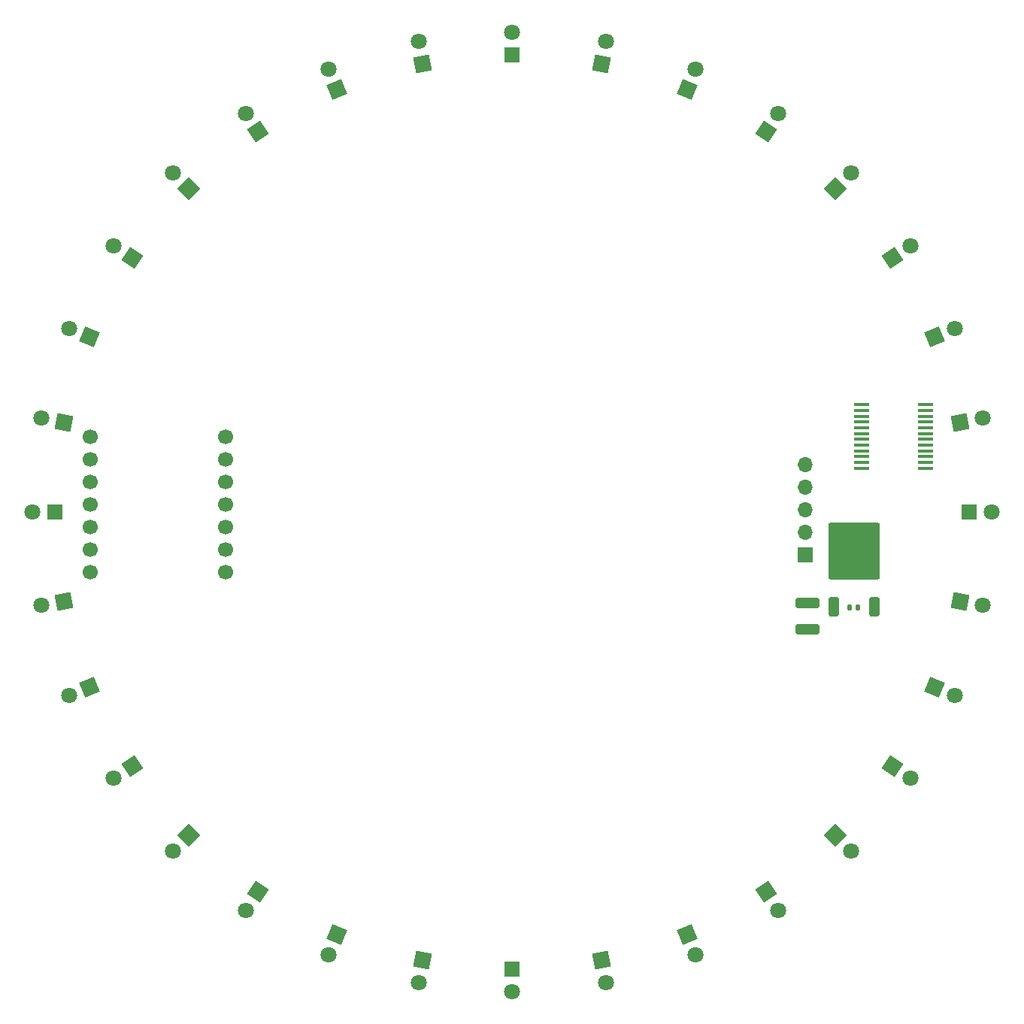
<source format=gbr>
%TF.GenerationSoftware,KiCad,Pcbnew,7.0.11*%
%TF.CreationDate,2025-03-06T22:37:58+09:00*%
%TF.ProjectId,Line_V2,4c696e65-5f56-4322-9e6b-696361645f70,rev?*%
%TF.SameCoordinates,Original*%
%TF.FileFunction,Soldermask,Top*%
%TF.FilePolarity,Negative*%
%FSLAX46Y46*%
G04 Gerber Fmt 4.6, Leading zero omitted, Abs format (unit mm)*
G04 Created by KiCad (PCBNEW 7.0.11) date 2025-03-06 22:37:58*
%MOMM*%
%LPD*%
G01*
G04 APERTURE LIST*
G04 Aperture macros list*
%AMRoundRect*
0 Rectangle with rounded corners*
0 $1 Rounding radius*
0 $2 $3 $4 $5 $6 $7 $8 $9 X,Y pos of 4 corners*
0 Add a 4 corners polygon primitive as box body*
4,1,4,$2,$3,$4,$5,$6,$7,$8,$9,$2,$3,0*
0 Add four circle primitives for the rounded corners*
1,1,$1+$1,$2,$3*
1,1,$1+$1,$4,$5*
1,1,$1+$1,$6,$7*
1,1,$1+$1,$8,$9*
0 Add four rect primitives between the rounded corners*
20,1,$1+$1,$2,$3,$4,$5,0*
20,1,$1+$1,$4,$5,$6,$7,0*
20,1,$1+$1,$6,$7,$8,$9,0*
20,1,$1+$1,$8,$9,$2,$3,0*%
%AMRotRect*
0 Rectangle, with rotation*
0 The origin of the aperture is its center*
0 $1 length*
0 $2 width*
0 $3 Rotation angle, in degrees counterclockwise*
0 Add horizontal line*
21,1,$1,$2,0,0,$3*%
G04 Aperture macros list end*
%ADD10C,1.700000*%
%ADD11R,1.700000X1.700000*%
%ADD12O,1.700000X1.700000*%
%ADD13RoundRect,0.140000X-0.140000X-0.170000X0.140000X-0.170000X0.140000X0.170000X-0.140000X0.170000X0*%
%ADD14RoundRect,0.250000X1.100000X-0.325000X1.100000X0.325000X-1.100000X0.325000X-1.100000X-0.325000X0*%
%ADD15R,1.750000X0.450000*%
%ADD16RoundRect,0.249997X2.650003X-2.950003X2.650003X2.950003X-2.650003X2.950003X-2.650003X-2.950003X0*%
%ADD17RoundRect,0.250000X0.350000X-0.850000X0.350000X0.850000X-0.350000X0.850000X-0.350000X-0.850000X0*%
%ADD18RotRect,1.800000X1.800000X33.750000*%
%ADD19C,1.800000*%
%ADD20RotRect,1.800000X1.800000X292.500000*%
%ADD21RotRect,1.800000X1.800000X168.750000*%
%ADD22RotRect,1.800000X1.800000X337.500000*%
%ADD23RotRect,1.800000X1.800000X123.750000*%
%ADD24RotRect,1.800000X1.800000X191.250000*%
%ADD25RotRect,1.800000X1.800000X78.750000*%
%ADD26RotRect,1.800000X1.800000X56.250000*%
%ADD27R,1.800000X1.800000*%
%ADD28RotRect,1.800000X1.800000X112.500000*%
%ADD29RotRect,1.800000X1.800000X258.750000*%
%ADD30RotRect,1.800000X1.800000X348.750000*%
%ADD31RotRect,1.800000X1.800000X236.250000*%
%ADD32RotRect,1.800000X1.800000X22.500000*%
%ADD33RotRect,1.800000X1.800000X303.750000*%
%ADD34RotRect,1.800000X1.800000X45.000000*%
%ADD35RotRect,1.800000X1.800000X315.000000*%
%ADD36RotRect,1.800000X1.800000X157.500000*%
%ADD37RotRect,1.800000X1.800000X11.250000*%
%ADD38RotRect,1.800000X1.800000X202.500000*%
%ADD39RotRect,1.800000X1.800000X135.000000*%
%ADD40RotRect,1.800000X1.800000X146.250000*%
%ADD41RotRect,1.800000X1.800000X326.250000*%
%ADD42RotRect,1.800000X1.800000X213.750000*%
%ADD43RotRect,1.800000X1.800000X67.500000*%
%ADD44RotRect,1.800000X1.800000X101.250000*%
%ADD45RotRect,1.800000X1.800000X247.500000*%
%ADD46RotRect,1.800000X1.800000X281.250000*%
%ADD47RotRect,1.800000X1.800000X225.000000*%
G04 APERTURE END LIST*
D10*
%TO.C,U2*%
X67768400Y-106789800D03*
X67768400Y-104249800D03*
X67768400Y-101709800D03*
X67768400Y-99169800D03*
X67768400Y-96629800D03*
X67768400Y-94089800D03*
X67768400Y-91549800D03*
X52528400Y-91549800D03*
X52528400Y-94089800D03*
X52528400Y-96629800D03*
X52528400Y-99169800D03*
X52528400Y-101709800D03*
X52528400Y-104249800D03*
X52528400Y-106789800D03*
%TD*%
D11*
%TO.C,J1*%
X133000000Y-104825000D03*
D12*
X133000000Y-102285000D03*
X133000000Y-99745000D03*
X133000000Y-97205000D03*
X133000000Y-94665000D03*
%TD*%
D13*
%TO.C,C2*%
X137970000Y-110750000D03*
X138930000Y-110750000D03*
%TD*%
D14*
%TO.C,C1*%
X133250000Y-113225000D03*
X133250000Y-110275000D03*
%TD*%
D15*
%TO.C,U1*%
X146600000Y-95075000D03*
X146600000Y-94425000D03*
X146600000Y-93775000D03*
X146600000Y-93125000D03*
X146600000Y-92475000D03*
X146600000Y-91825000D03*
X146600000Y-91175000D03*
X146600000Y-90525000D03*
X146600000Y-89875000D03*
X146600000Y-89225000D03*
X146600000Y-88575000D03*
X146600000Y-87925000D03*
X139400000Y-87925000D03*
X139400000Y-88575000D03*
X139400000Y-89225000D03*
X139400000Y-89875000D03*
X139400000Y-90525000D03*
X139400000Y-91175000D03*
X139400000Y-91825000D03*
X139400000Y-92475000D03*
X139400000Y-93125000D03*
X139400000Y-93775000D03*
X139400000Y-94425000D03*
X139400000Y-95075000D03*
%TD*%
D16*
%TO.C,U3*%
X138502500Y-104400000D03*
D17*
X140782500Y-110700000D03*
X136222500Y-110700000D03*
%TD*%
D18*
%TO.C,Q6*%
X142799898Y-71402023D03*
D19*
X144911831Y-69990875D03*
%TD*%
D20*
%TO.C,Q15*%
X119698629Y-147556699D03*
D19*
X120670645Y-149903353D03*
%TD*%
D21*
%TO.C,Q26*%
X49514078Y-89957726D03*
D19*
X47022883Y-89462197D03*
%TD*%
D22*
%TO.C,Q11*%
X147556699Y-119698629D03*
D19*
X149903353Y-120670645D03*
%TD*%
D23*
%TO.C,Q30*%
X71402023Y-57200102D03*
D19*
X69990875Y-55088169D03*
%TD*%
D24*
%TO.C,Q24*%
X49528789Y-110039347D03*
D19*
X47037594Y-110534876D03*
%TD*%
D25*
%TO.C,Q2*%
X110042274Y-49514077D03*
D19*
X110537803Y-47022882D03*
%TD*%
D26*
%TO.C,Q4*%
X128597977Y-57200102D03*
D19*
X130009125Y-55088169D03*
%TD*%
D27*
%TO.C,Q17*%
X100000000Y-151475000D03*
D19*
X100000000Y-154015000D03*
%TD*%
D28*
%TO.C,Q31*%
X80301371Y-52443301D03*
D19*
X79329355Y-50096647D03*
%TD*%
D29*
%TO.C,Q18*%
X89957726Y-150485922D03*
D19*
X89462197Y-152977117D03*
%TD*%
D30*
%TO.C,Q10*%
X150485922Y-110042274D03*
D19*
X152977117Y-110537803D03*
%TD*%
D31*
%TO.C,Q20*%
X71402023Y-142799898D03*
D19*
X69990875Y-144911831D03*
%TD*%
D32*
%TO.C,Q7*%
X147556699Y-80301371D03*
D19*
X149903353Y-79329355D03*
%TD*%
D33*
%TO.C,Q14*%
X128597977Y-142799898D03*
D19*
X130009125Y-144911831D03*
%TD*%
D34*
%TO.C,Q5*%
X136398321Y-63601679D03*
D19*
X138194372Y-61805628D03*
%TD*%
D35*
%TO.C,Q13*%
X136398321Y-136398321D03*
D19*
X138194372Y-138194372D03*
%TD*%
D27*
%TO.C,Q25*%
X48525000Y-100000000D03*
D19*
X45985000Y-100000000D03*
%TD*%
D36*
%TO.C,Q27*%
X52443301Y-80301371D03*
D19*
X50096647Y-79329355D03*
%TD*%
D37*
%TO.C,Q8*%
X150485922Y-89957726D03*
D19*
X152977117Y-89462197D03*
%TD*%
D27*
%TO.C,Q9*%
X151475000Y-100000000D03*
D19*
X154015000Y-100000000D03*
%TD*%
D38*
%TO.C,Q23*%
X52443301Y-119698629D03*
D19*
X50096647Y-120670645D03*
%TD*%
D39*
%TO.C,Q29*%
X63601679Y-63601679D03*
D19*
X61805628Y-61805628D03*
%TD*%
D40*
%TO.C,Q28*%
X57200102Y-71402023D03*
D19*
X55088169Y-69990875D03*
%TD*%
D41*
%TO.C,Q12*%
X142799898Y-128597977D03*
D19*
X144911831Y-130009125D03*
%TD*%
D42*
%TO.C,Q22*%
X57200102Y-128597977D03*
D19*
X55088169Y-130009125D03*
%TD*%
D43*
%TO.C,Q3*%
X119698629Y-52443301D03*
D19*
X120670645Y-50096647D03*
%TD*%
D44*
%TO.C,Q32*%
X89957726Y-49514078D03*
D19*
X89462197Y-47022883D03*
%TD*%
D27*
%TO.C,Q1*%
X100000000Y-48525000D03*
D19*
X100000000Y-45985000D03*
%TD*%
D45*
%TO.C,Q19*%
X80301371Y-147556699D03*
D19*
X79329355Y-149903353D03*
%TD*%
D46*
%TO.C,Q16*%
X110042274Y-150485922D03*
D19*
X110537803Y-152977117D03*
%TD*%
D47*
%TO.C,Q21*%
X63601679Y-136398321D03*
D19*
X61805628Y-138194372D03*
%TD*%
M02*

</source>
